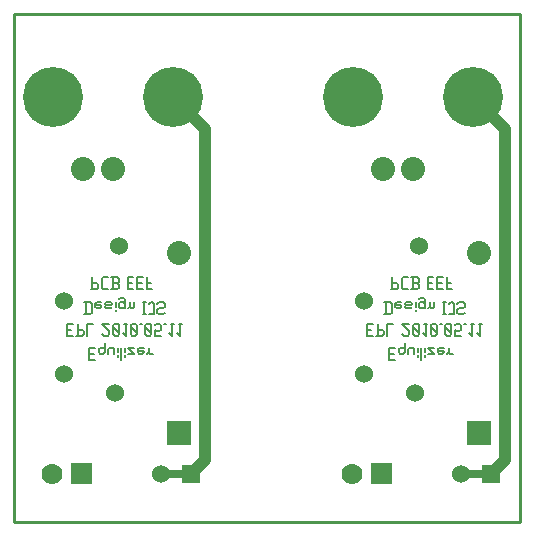
<source format=gbr>
G04 start of page 3 for group 1 idx 1 *
G04 Title: (unknown), solder *
G04 Creator: pcb 20110918 *
G04 CreationDate: Thu Mar  7 18:25:08 2013 UTC *
G04 For: fosse *
G04 Format: Gerber/RS-274X *
G04 PCB-Dimensions: 200000 200000 *
G04 PCB-Coordinate-Origin: lower left *
%MOIN*%
%FSLAX25Y25*%
%LNBOTTOM*%
%ADD37C,0.0860*%
%ADD36C,0.0380*%
%ADD35C,0.0520*%
%ADD34C,0.0350*%
%ADD33C,0.2000*%
%ADD32C,0.0700*%
%ADD31C,0.0600*%
%ADD30C,0.0001*%
%ADD29C,0.0800*%
%ADD28C,0.0070*%
%ADD27C,0.0250*%
%ADD26C,0.0100*%
%ADD25C,0.0400*%
G54D25*X165000Y160000D02*X154500Y170500D01*
X165000Y49500D02*Y160000D01*
G54D26*X169990Y29010D02*Y198350D01*
G54D25*X65000Y160000D02*X54500Y170500D01*
X65000Y49500D02*Y160000D01*
G54D27*X50500Y45000D02*X60500D01*
G54D25*X18000Y102693D02*Y102500D01*
X60500Y45000D02*X65000Y49500D01*
G54D26*X1500Y198360D02*Y29010D01*
G54D27*X150500Y45000D02*X160500D01*
G54D26*X1500Y29010D02*X169990D01*
G54D25*X118000Y102693D02*Y102500D01*
X160500Y45000D02*X165000Y49500D01*
G54D26*X169990Y198360D02*X1500D01*
G54D28*X127495Y106490D02*Y110450D01*
X127000Y106490D02*X128980D01*
X129475Y106985D01*
Y107975D01*
X128980Y108470D02*X129475Y107975D01*
X127495Y108470D02*X128980D01*
X131158Y110450D02*X132643D01*
X130663Y109955D02*X131158Y110450D01*
X130663Y106985D02*Y109955D01*
Y106985D02*X131158Y106490D01*
X132643D01*
X133831Y110450D02*X135811D01*
X136306Y109955D01*
Y108965D02*Y109955D01*
X135811Y108470D02*X136306Y108965D01*
X134326Y108470D02*X135811D01*
X134326Y106490D02*Y110450D01*
X133831Y106490D02*X135811D01*
X136306Y106985D01*
Y107975D01*
X135811Y108470D02*X136306Y107975D01*
X139276Y108470D02*X140761D01*
X139276Y110450D02*X141256D01*
X139276Y106490D02*Y110450D01*
Y106490D02*X141256D01*
X142444Y108470D02*X143929D01*
X142444Y110450D02*X144424D01*
X142444Y106490D02*Y110450D01*
Y106490D02*X144424D01*
X145612D02*Y110450D01*
Y106490D02*X147592D01*
X145612Y108470D02*X147097D01*
X125302Y98183D02*Y102143D01*
X126787Y98183D02*X127282Y98678D01*
Y101648D01*
X126787Y102143D02*X127282Y101648D01*
X124807Y102143D02*X126787D01*
X124807Y98183D02*X126787D01*
X128965Y102143D02*X130450D01*
X128470Y101648D02*X128965Y102143D01*
X128470Y100658D02*Y101648D01*
Y100658D02*X128965Y100163D01*
X129955D01*
X130450Y100658D01*
X128470Y101153D02*X130450D01*
Y100658D02*Y101153D01*
X132133Y102143D02*X133618D01*
X134113Y101648D01*
X133618Y101153D02*X134113Y101648D01*
X132133Y101153D02*X133618D01*
X131638Y100658D02*X132133Y101153D01*
X131638Y100658D02*X132133Y100163D01*
X133618D01*
X134113Y100658D01*
X131638Y101648D02*X132133Y102143D01*
X135301Y99173D02*Y99668D01*
Y100658D02*Y102143D01*
X137776Y100163D02*X138271Y100658D01*
X136786Y100163D02*X137776D01*
X136291Y100658D02*X136786Y100163D01*
X136291Y100658D02*Y101648D01*
X136786Y102143D01*
X137776D01*
X138271Y101648D01*
X136291Y103133D02*X136786Y103628D01*
X137776D01*
X138271Y103133D01*
Y100163D02*Y103133D01*
X139954Y100658D02*Y102143D01*
Y100658D02*X140449Y100163D01*
X140944D01*
X141439Y100658D01*
Y102143D01*
X139459Y100163D02*X139954Y100658D01*
X144409Y98183D02*X145399D01*
X144904D02*Y102143D01*
X144409D02*X145399D01*
X146587Y98183D02*X148072D01*
Y101648D01*
X147577Y102143D02*X148072Y101648D01*
X147082Y102143D02*X147577D01*
X146587Y101648D02*X147082Y102143D01*
X151240Y98183D02*X151735Y98678D01*
X149755Y98183D02*X151240D01*
X149260Y98678D02*X149755Y98183D01*
X149260Y98678D02*Y99668D01*
X149755Y100163D01*
X151240D01*
X151735Y100658D01*
Y101648D01*
X151240Y102143D02*X151735Y101648D01*
X149755Y102143D02*X151240D01*
X149260Y101648D02*X149755Y102143D01*
X119000Y92970D02*X120485D01*
X119000Y94950D02*X120980D01*
X119000Y90990D02*Y94950D01*
Y90990D02*X120980D01*
X122663D02*Y94950D01*
X122168Y90990D02*X124148D01*
X124643Y91485D01*
Y92475D01*
X124148Y92970D02*X124643Y92475D01*
X122663Y92970D02*X124148D01*
X125831Y90990D02*Y94950D01*
X127811D01*
X130781Y91485D02*X131276Y90990D01*
X132761D01*
X133256Y91485D01*
Y92475D01*
X130781Y94950D02*X133256Y92475D01*
X130781Y94950D02*X133256D01*
X134444Y94455D02*X134939Y94950D01*
X134444Y91485D02*Y94455D01*
Y91485D02*X134939Y90990D01*
X135929D01*
X136424Y91485D01*
Y94455D01*
X135929Y94950D02*X136424Y94455D01*
X134939Y94950D02*X135929D01*
X134444Y93960D02*X136424Y91980D01*
X138107Y94950D02*X139097D01*
X138602Y90990D02*Y94950D01*
X137612Y91980D02*X138602Y90990D01*
X140285Y94455D02*X140780Y94950D01*
X140285Y91485D02*Y94455D01*
Y91485D02*X140780Y90990D01*
X141770D01*
X142265Y91485D01*
Y94455D01*
X141770Y94950D02*X142265Y94455D01*
X140780Y94950D02*X141770D01*
X140285Y93960D02*X142265Y91980D01*
X143453Y94950D02*X143948D01*
X145136Y94455D02*X145631Y94950D01*
X145136Y91485D02*Y94455D01*
Y91485D02*X145631Y90990D01*
X146621D01*
X147116Y91485D01*
Y94455D01*
X146621Y94950D02*X147116Y94455D01*
X145631Y94950D02*X146621D01*
X145136Y93960D02*X147116Y91980D01*
X148304Y90990D02*X150284D01*
X148304D02*Y92970D01*
X148799Y92475D01*
X149789D01*
X150284Y92970D01*
Y94455D01*
X149789Y94950D02*X150284Y94455D01*
X148799Y94950D02*X149789D01*
X148304Y94455D02*X148799Y94950D01*
X151472D02*X151967D01*
X153650D02*X154640D01*
X154145Y90990D02*Y94950D01*
X153155Y91980D02*X154145Y90990D01*
X156323Y94950D02*X157313D01*
X156818Y90990D02*Y94950D01*
X155828Y91980D02*X156818Y90990D01*
X27495Y106490D02*Y110450D01*
X27000Y106490D02*X28980D01*
X29475Y106985D01*
Y107975D01*
X28980Y108470D02*X29475Y107975D01*
X27495Y108470D02*X28980D01*
X31158Y110450D02*X32643D01*
X30663Y109955D02*X31158Y110450D01*
X30663Y106985D02*Y109955D01*
Y106985D02*X31158Y106490D01*
X32643D01*
X33831Y110450D02*X35811D01*
X36306Y109955D01*
Y108965D02*Y109955D01*
X35811Y108470D02*X36306Y108965D01*
X34326Y108470D02*X35811D01*
X34326Y106490D02*Y110450D01*
X33831Y106490D02*X35811D01*
X36306Y106985D01*
Y107975D01*
X35811Y108470D02*X36306Y107975D01*
X39276Y108470D02*X40761D01*
X39276Y110450D02*X41256D01*
X39276Y106490D02*Y110450D01*
Y106490D02*X41256D01*
X42444Y108470D02*X43929D01*
X42444Y110450D02*X44424D01*
X42444Y106490D02*Y110450D01*
Y106490D02*X44424D01*
X45612D02*Y110450D01*
Y106490D02*X47592D01*
X45612Y108470D02*X47097D01*
X25302Y98183D02*Y102143D01*
X26787Y98183D02*X27282Y98678D01*
Y101648D01*
X26787Y102143D02*X27282Y101648D01*
X24807Y102143D02*X26787D01*
X24807Y98183D02*X26787D01*
X28965Y102143D02*X30450D01*
X28470Y101648D02*X28965Y102143D01*
X28470Y100658D02*Y101648D01*
Y100658D02*X28965Y100163D01*
X29955D01*
X30450Y100658D01*
X28470Y101153D02*X30450D01*
Y100658D02*Y101153D01*
X32133Y102143D02*X33618D01*
X34113Y101648D01*
X33618Y101153D02*X34113Y101648D01*
X32133Y101153D02*X33618D01*
X31638Y100658D02*X32133Y101153D01*
X31638Y100658D02*X32133Y100163D01*
X33618D01*
X34113Y100658D01*
X31638Y101648D02*X32133Y102143D01*
X35301Y99173D02*Y99668D01*
Y100658D02*Y102143D01*
X37776Y100163D02*X38271Y100658D01*
X36786Y100163D02*X37776D01*
X36291Y100658D02*X36786Y100163D01*
X36291Y100658D02*Y101648D01*
X36786Y102143D01*
X37776D01*
X38271Y101648D01*
X36291Y103133D02*X36786Y103628D01*
X37776D01*
X38271Y103133D01*
Y100163D02*Y103133D01*
X39954Y100658D02*Y102143D01*
Y100658D02*X40449Y100163D01*
X40944D01*
X41439Y100658D01*
Y102143D01*
X39459Y100163D02*X39954Y100658D01*
X44409Y98183D02*X45399D01*
X44904D02*Y102143D01*
X44409D02*X45399D01*
X46587Y98183D02*X48072D01*
Y101648D01*
X47577Y102143D02*X48072Y101648D01*
X47082Y102143D02*X47577D01*
X46587Y101648D02*X47082Y102143D01*
X51240Y98183D02*X51735Y98678D01*
X49755Y98183D02*X51240D01*
X49260Y98678D02*X49755Y98183D01*
X49260Y98678D02*Y99668D01*
X49755Y100163D01*
X51240D01*
X51735Y100658D01*
Y101648D01*
X51240Y102143D02*X51735Y101648D01*
X49755Y102143D02*X51240D01*
X49260Y101648D02*X49755Y102143D01*
X19000Y92970D02*X20485D01*
X19000Y94950D02*X20980D01*
X19000Y90990D02*Y94950D01*
Y90990D02*X20980D01*
X22663D02*Y94950D01*
X22168Y90990D02*X24148D01*
X24643Y91485D01*
Y92475D01*
X24148Y92970D02*X24643Y92475D01*
X22663Y92970D02*X24148D01*
X25831Y90990D02*Y94950D01*
X27811D01*
X30781Y91485D02*X31276Y90990D01*
X32761D01*
X33256Y91485D01*
Y92475D01*
X30781Y94950D02*X33256Y92475D01*
X30781Y94950D02*X33256D01*
X34444Y94455D02*X34939Y94950D01*
X34444Y91485D02*Y94455D01*
Y91485D02*X34939Y90990D01*
X35929D01*
X36424Y91485D01*
Y94455D01*
X35929Y94950D02*X36424Y94455D01*
X34939Y94950D02*X35929D01*
X34444Y93960D02*X36424Y91980D01*
X38107Y94950D02*X39097D01*
X38602Y90990D02*Y94950D01*
X37612Y91980D02*X38602Y90990D01*
X40285Y94455D02*X40780Y94950D01*
X40285Y91485D02*Y94455D01*
Y91485D02*X40780Y90990D01*
X41770D01*
X42265Y91485D01*
Y94455D01*
X41770Y94950D02*X42265Y94455D01*
X40780Y94950D02*X41770D01*
X40285Y93960D02*X42265Y91980D01*
X43453Y94950D02*X43948D01*
X45136Y94455D02*X45631Y94950D01*
X45136Y91485D02*Y94455D01*
Y91485D02*X45631Y90990D01*
X46621D01*
X47116Y91485D01*
Y94455D01*
X46621Y94950D02*X47116Y94455D01*
X45631Y94950D02*X46621D01*
X45136Y93960D02*X47116Y91980D01*
X48304Y90990D02*X50284D01*
X48304D02*Y92970D01*
X48799Y92475D01*
X49789D01*
X50284Y92970D01*
Y94455D01*
X49789Y94950D02*X50284Y94455D01*
X48799Y94950D02*X49789D01*
X48304Y94455D02*X48799Y94950D01*
X51472D02*X51967D01*
X53650D02*X54640D01*
X54145Y90990D02*Y94950D01*
X53155Y91980D02*X54145Y90990D01*
X56323Y94950D02*X57313D01*
X56818Y90990D02*Y94950D01*
X55828Y91980D02*X56818Y90990D01*
X26500Y84970D02*X27985D01*
X26500Y86950D02*X28480D01*
X26500Y82990D02*Y86950D01*
Y82990D02*X28480D01*
X31648Y85465D02*Y88435D01*
X31153Y84970D02*X31648Y85465D01*
X30163Y84970D02*X31153D01*
X29668Y85465D02*X30163Y84970D01*
X29668Y85465D02*Y86455D01*
X30163Y86950D01*
X31153D01*
X31648Y86455D01*
X32836Y84970D02*Y86455D01*
X33331Y86950D01*
X34321D01*
X34816Y86455D01*
Y84970D02*Y86455D01*
X36004Y83980D02*Y84475D01*
Y85465D02*Y86950D01*
X36994Y82990D02*Y86455D01*
X37489Y86950D01*
X38479Y83980D02*Y84475D01*
Y85465D02*Y86950D01*
X39469Y84970D02*X41449D01*
X39469Y86950D02*X41449Y84970D01*
X39469Y86950D02*X41449D01*
X43132D02*X44617D01*
X42637Y86455D02*X43132Y86950D01*
X42637Y85465D02*Y86455D01*
Y85465D02*X43132Y84970D01*
X44122D01*
X44617Y85465D01*
X42637Y85960D02*X44617D01*
Y85465D02*Y85960D01*
X46300Y85465D02*Y86950D01*
Y85465D02*X46795Y84970D01*
X47785D01*
X45805D02*X46300Y85465D01*
X126500Y84970D02*X127985D01*
X126500Y86950D02*X128480D01*
X126500Y82990D02*Y86950D01*
Y82990D02*X128480D01*
X131648Y85465D02*Y88435D01*
X131153Y84970D02*X131648Y85465D01*
X130163Y84970D02*X131153D01*
X129668Y85465D02*X130163Y84970D01*
X129668Y85465D02*Y86455D01*
X130163Y86950D01*
X131153D01*
X131648Y86455D01*
X132836Y84970D02*Y86455D01*
X133331Y86950D01*
X134321D01*
X134816Y86455D01*
Y84970D02*Y86455D01*
X136004Y83980D02*Y84475D01*
Y85465D02*Y86950D01*
X136994Y82990D02*Y86455D01*
X137489Y86950D01*
X138479Y83980D02*Y84475D01*
Y85465D02*Y86950D01*
X139469Y84970D02*X141449D01*
X139469Y86950D02*X141449Y84970D01*
X139469Y86950D02*X141449D01*
X143132D02*X144617D01*
X142637Y86455D02*X143132Y86950D01*
X142637Y85465D02*Y86455D01*
Y85465D02*X143132Y84970D01*
X144122D01*
X144617Y85465D01*
X142637Y85960D02*X144617D01*
Y85465D02*Y85960D01*
X146300Y85465D02*Y86950D01*
Y85465D02*X146795Y84970D01*
X147785D01*
X145805D02*X146300Y85465D01*
G54D29*X56500Y118500D03*
X24500Y146500D03*
X34500D03*
X124500D03*
X134500D03*
G54D30*G36*
X57500Y48000D02*Y42000D01*
X63500D01*
Y48000D01*
X57500D01*
G37*
G54D31*X50500Y45000D03*
G54D30*G36*
X20500Y48500D02*Y41500D01*
X27500D01*
Y48500D01*
X20500D01*
G37*
G54D32*X14000Y45000D03*
G54D30*G36*
X52500Y62500D02*Y54500D01*
X60500D01*
Y62500D01*
X52500D01*
G37*
G54D33*X14500Y170500D03*
X54500D03*
X114500D03*
X154500D03*
G54D30*G36*
X157500Y48000D02*Y42000D01*
X163500D01*
Y48000D01*
X157500D01*
G37*
G36*
X152500Y62500D02*Y54500D01*
X160500D01*
Y62500D01*
X152500D01*
G37*
G54D29*X156500Y118500D03*
G54D31*X150500Y45000D03*
G54D30*G36*
X120500Y48500D02*Y41500D01*
X127500D01*
Y48500D01*
X120500D01*
G37*
G54D32*X114000Y45000D03*
G54D31*X118000Y78400D03*
X135000Y72000D03*
X118000Y102693D03*
X18000Y78400D03*
X35000Y72000D03*
X18000Y102693D03*
X36307Y121000D03*
X136307D03*
G54D34*G54D35*G54D34*G54D36*G54D35*G54D37*G54D36*G54D35*G54D36*M02*

</source>
